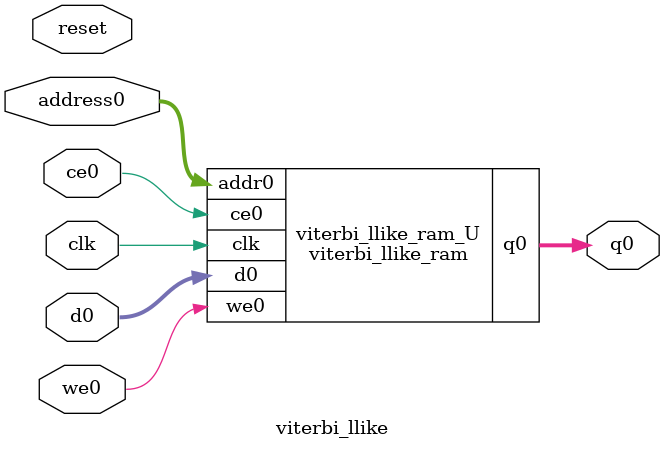
<source format=v>
`timescale 1 ns / 1 ps
module viterbi_llike_ram (addr0, ce0, d0, we0, q0,  clk);

parameter DWIDTH = 64;
parameter AWIDTH = 14;
parameter MEM_SIZE = 8960;

input[AWIDTH-1:0] addr0;
input ce0;
input[DWIDTH-1:0] d0;
input we0;
output reg[DWIDTH-1:0] q0;
input clk;

reg [DWIDTH-1:0] ram0[0:MEM_SIZE-1];



always @(posedge clk)  
begin 
    if (ce0) begin
        if (we0) 
            ram0[addr0] <= d0; 
        q0 <= ram0[addr0];
    end
end


endmodule

`timescale 1 ns / 1 ps
module viterbi_llike(
    reset,
    clk,
    address0,
    ce0,
    we0,
    d0,
    q0);

parameter DataWidth = 32'd64;
parameter AddressRange = 32'd8960;
parameter AddressWidth = 32'd14;
input reset;
input clk;
input[AddressWidth - 1:0] address0;
input ce0;
input we0;
input[DataWidth - 1:0] d0;
output[DataWidth - 1:0] q0;



viterbi_llike_ram viterbi_llike_ram_U(
    .clk( clk ),
    .addr0( address0 ),
    .ce0( ce0 ),
    .we0( we0 ),
    .d0( d0 ),
    .q0( q0 ));

endmodule


</source>
